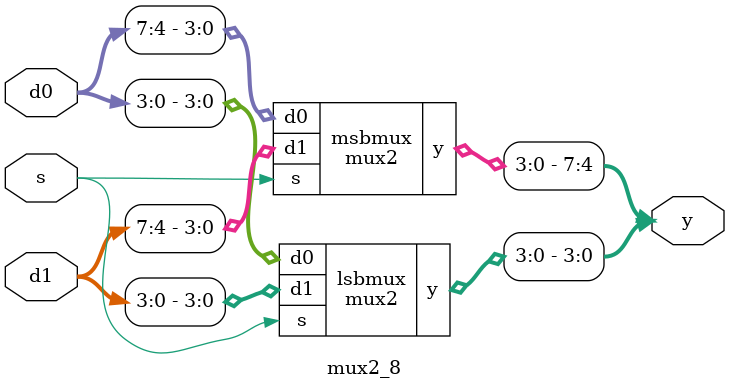
<source format=sv>
module mux2(input logic[3:0] d0, d1,
            input logic s, output logic[3:0] y);
endmodule

module mux2_8(input  logic [7:0] d0, d1,
              input  logic s,
              output logic [7:0] y);
    mux2 lsbmux(d0[3:0], d1[3:0], s, y[3:0]);
    mux2 msbmux(d0[7:4], d1[7:4], s, y[7:4]);
endmodule

</source>
